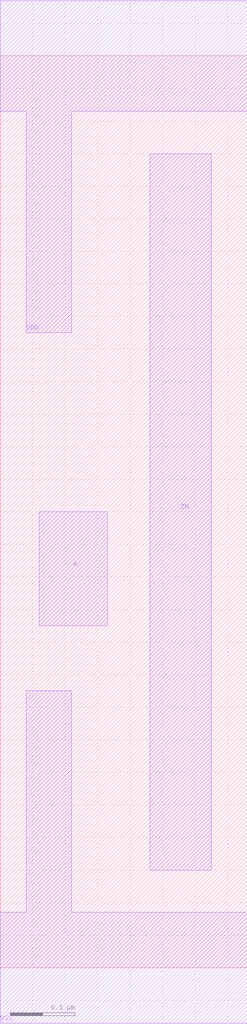
<source format=lef>
# 
# ******************************************************************************
# *                                                                            *
# *                   Copyright (C) 2004-2010, Nangate Inc.                    *
# *                           All rights reserved.                             *
# *                                                                            *
# * Nangate and the Nangate logo are trademarks of Nangate Inc.                *
# *                                                                            *
# * All trademarks, logos, software marks, and trade names (collectively the   *
# * "Marks") in this program are proprietary to Nangate or other respective    *
# * owners that have granted Nangate the right and license to use such Marks.  *
# * You are not permitted to use the Marks without the prior written consent   *
# * of Nangate or such third party that may own the Marks.                     *
# *                                                                            *
# * This file has been provided pursuant to a License Agreement containing     *
# * restrictions on its use. This file contains valuable trade secrets and     *
# * proprietary information of Nangate Inc., and is protected by U.S. and      *
# * international laws and/or treaties.                                        *
# *                                                                            *
# * The copyright notice(s) in this file does not indicate actual or intended  *
# * publication of this file.                                                  *
# *                                                                            *
# *     NGLibraryCreator, v2010.08-HR32-SP3-2010-08-05 - build 1009061800      *
# *                                                                            *
# ******************************************************************************
# 
# 
# Running on brazil06.nangate.com.br for user Giancarlo Franciscatto (gfr).
# Local time is now Fri, 3 Dec 2010, 19:32:18.
# Main process id is 27821.

VERSION 5.6 ;
BUSBITCHARS "[]" ;
DIVIDERCHAR "/" ;

MACRO INV_X1
  CLASS core ;
  FOREIGN INV_X1 0.0 0.0 ;
  ORIGIN 0 0 ;
  SYMMETRY X Y ;
  SITE FreePDK45_38x28_10R_NP_162NW_34O ;
  SIZE 0.38 BY 1.4 ;
  PIN A
    DIRECTION INPUT ;
    ANTENNAPARTIALMETALAREA 0.018375 LAYER metal1 ;
    ANTENNAPARTIALMETALSIDEAREA 0.0728 LAYER metal1 ;
    ANTENNAGATEAREA 0.05225 ;
    PORT
      LAYER metal1 ;
        POLYGON 0.06 0.525 0.165 0.525 0.165 0.7 0.06 0.7  ;
    END
  END A
  PIN ZN
    DIRECTION OUTPUT ;
    ANTENNAPARTIALMETALAREA 0.1045 LAYER metal1 ;
    ANTENNAPARTIALMETALSIDEAREA 0.3107 LAYER metal1 ;
    ANTENNADIFFAREA 0.109725 ;
    PORT
      LAYER metal1 ;
        POLYGON 0.23 0.15 0.325 0.15 0.325 1.25 0.23 1.25  ;
    END
  END ZN
  PIN VDD
    DIRECTION INOUT ;
    USE power ;
    SHAPE ABUTMENT ;
    PORT
      LAYER metal1 ;
        POLYGON 0 1.315 0.04 1.315 0.04 0.975 0.11 0.975 0.11 1.315 0.38 1.315 0.38 1.485 0 1.485  ;
    END
  END VDD
  PIN VSS
    DIRECTION INOUT ;
    USE ground ;
    SHAPE ABUTMENT ;
    PORT
      LAYER metal1 ;
        POLYGON 0 -0.085 0.38 -0.085 0.38 0.085 0.11 0.085 0.11 0.425 0.04 0.425 0.04 0.085 0 0.085  ;
    END
  END VSS
END INV_X1

END LIBRARY
#
# End of file
#

</source>
